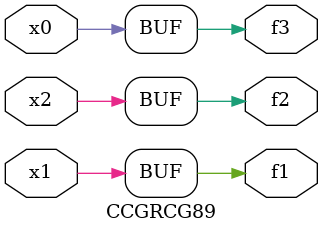
<source format=v>
module CCGRCG89(
	input x0, x1, x2,
	output f1, f2, f3
);
	assign f1 = x1;
	assign f2 = x2;
	assign f3 = x0;
endmodule

</source>
